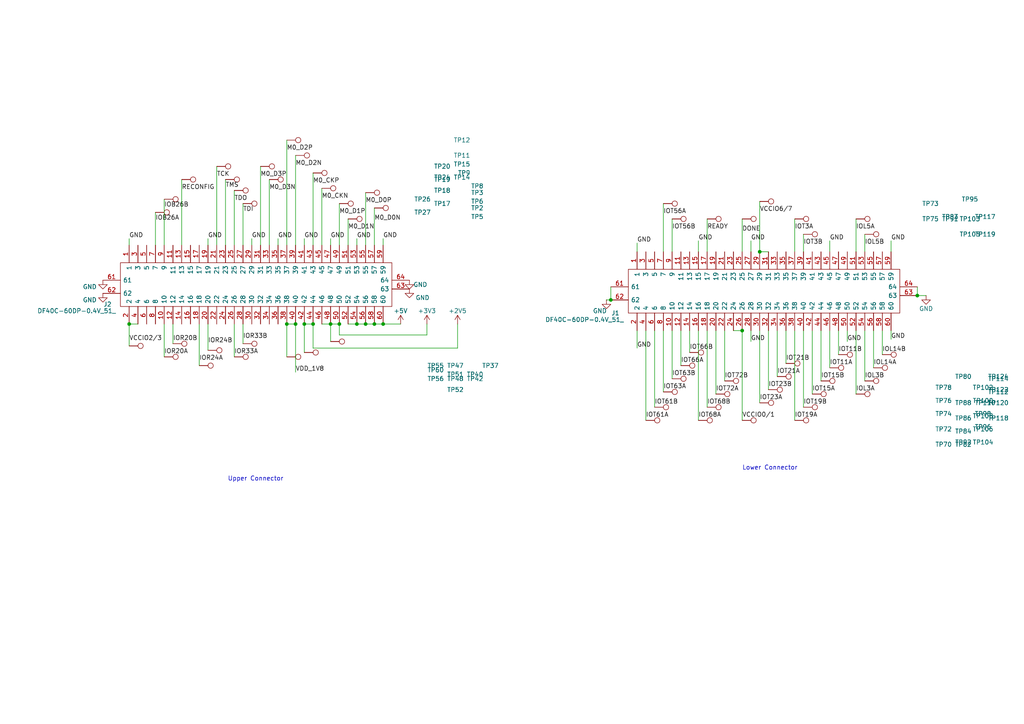
<source format=kicad_sch>
(kicad_sch (version 20231120) (generator "eeschema") (generator_version "8.0")
  (paper "A4")
  (lib_symbols
    (symbol "Connector:TestPoint" (pin_numbers hide) (pin_names (offset 0.762) hide)
      (property "Reference" "TP" (at 0 6.858 0))
      (property "Value" "TestPoint" (at 0 5.08 0))
      (symbol "TestPoint_0_1"
        (circle (center 0 3.302) (radius 0.762))
      )
      (symbol "TestPoint_1_1"
        (pin passive line (at 0 0 90) (length 2.54) (name "1") (number "1"))
      )
    )
    (symbol "GND_1" (power) (pin_numbers hide) (pin_names (offset 0) hide)
      (property "Value" "GND" (at 0 -3.81 0))
      (symbol "GND_1_0_1"
        (polyline (pts (xy 0 0) (xy 0 -1.27) (xy 1.27 -1.27) (xy 0 -2.54) (xy -1.27 -1.27) (xy 0 -1.27)))
      )
      (symbol "GND_1_1_1"
        (pin power_in line (at 0 0 270) (length 0) (name "~") (number "1"))
      )
    )
    (symbol "GND_2" (power) (pin_numbers hide) (pin_names (offset 0) hide)
      (property "Value" "GND" (at 0 -3.81 0))
      (symbol "GND_2_0_1"
        (polyline (pts (xy 0 0) (xy 0 -1.27) (xy 1.27 -1.27) (xy 0 -2.54) (xy -1.27 -1.27) (xy 0 -1.27)))
      )
      (symbol "GND_2_1_1"
        (pin power_in line (at 0 0 270) (length 0) (name "~") (number "1"))
      )
    )
    (symbol "power:+2V5" (power) (pin_names (offset 0))
      (property "Value" "+2V5" (at 0 3.556 0))
      (symbol "+2V5_0_1"
        (polyline (pts (xy -0.762 1.27) (xy 0 2.54)))
        (polyline (pts (xy 0 0) (xy 0 2.54)))
        (polyline (pts (xy 0 2.54) (xy 0.762 1.27)))
      )
      (symbol "+2V5_1_1"
        (pin power_in line (at 0 0 90) (length 0) hide (name "+2V5") (number "1"))
      )
    )
    (symbol "power:+3V3" (power) (pin_names (offset 0))
      (property "Value" "+3V3" (at 0 3.556 0))
      (symbol "+3V3_0_1"
        (polyline (pts (xy -0.762 1.27) (xy 0 2.54)))
        (polyline (pts (xy 0 0) (xy 0 2.54)))
        (polyline (pts (xy 0 2.54) (xy 0.762 1.27)))
      )
      (symbol "+3V3_1_1"
        (pin power_in line (at 0 0 90) (length 0) hide (name "+3V3") (number "1"))
      )
    )
    (symbol "power:+5V" (power) (pin_names (offset 0))
      (property "Value" "+5V" (at 0 3.556 0))
      (symbol "+5V_0_1"
        (polyline (pts (xy -0.762 1.27) (xy 0 2.54)))
        (polyline (pts (xy 0 0) (xy 0 2.54)))
        (polyline (pts (xy 0 2.54) (xy 0.762 1.27)))
      )
      (symbol "+5V_1_1"
        (pin power_in line (at 0 0 90) (length 0) hide (name "+5V") (number "1"))
      )
    )
    (symbol "power:GND" (power) (pin_names (offset 0))
      (property "Value" "GND" (at 0 -3.81 0))
      (symbol "GND_0_1"
        (polyline (pts (xy 0 0) (xy 0 -1.27) (xy 1.27 -1.27) (xy 0 -2.54) (xy -1.27 -1.27) (xy 0 -1.27)))
      )
      (symbol "GND_1_1"
        (pin power_in line (at 0 0 270) (length 0) hide (name "GND") (number "1"))
      )
    )
    (symbol "samacsys:DF40C-60DP-0.4V_51_" (pin_names (offset 0.762))
      (property "Reference" "J2" (at 16.51 -78.74 90))
      (property "Value" "DF40C-60DP-0.4V_51_" (at 19.05 -77.47 90))
      (symbol "DF40C-60DP-0.4V_51__0_1"
        (polyline (pts (xy 5.08 2.54) (xy 17.78 2.54) (xy 17.78 -76.2) (xy 5.08 -76.2) (xy 5.08 2.54)) (stroke (width 0.1524)))
      )
      (symbol "DF40C-60DP-0.4V_51__1_0"
        (pin passive line (at 0 -73.66 0) (length 5.08) (name "1") (number "1"))
        (pin passive line (at 22.86 -63.5 180) (length 5.08) (name "10") (number "10"))
        (pin passive line (at 0 -60.96 0) (length 5.08) (name "11") (number "11"))
        (pin passive line (at 22.86 -60.96 180) (length 5.08) (name "12") (number "12"))
        (pin passive line (at 0 -58.42 0) (length 5.08) (name "13") (number "13"))
        (pin passive line (at 22.86 -58.42 180) (length 5.08) (name "14") (number "14"))
        (pin passive line (at 0 -55.88 0) (length 5.08) (name "15") (number "15"))
        (pin passive line (at 22.86 -55.88 180) (length 5.08) (name "16") (number "16"))
        (pin passive line (at 0 -53.34 0) (length 5.08) (name "17") (number "17"))
        (pin passive line (at 22.86 -53.34 180) (length 5.08) (name "18") (number "18"))
        (pin passive line (at 0 -50.8 0) (length 5.08) (name "19") (number "19"))
        (pin passive line (at 22.86 -73.66 180) (length 5.08) (name "2") (number "2"))
        (pin passive line (at 22.86 -50.8 180) (length 5.08) (name "20") (number "20"))
        (pin passive line (at 0 -48.26 0) (length 5.08) (name "21") (number "21"))
        (pin passive line (at 22.86 -48.26 180) (length 5.08) (name "22") (number "22"))
        (pin passive line (at 0 -45.72 0) (length 5.08) (name "23") (number "23"))
        (pin passive line (at 22.86 -45.72 180) (length 5.08) (name "24") (number "24"))
        (pin passive line (at 0 -43.18 0) (length 5.08) (name "25") (number "25"))
        (pin passive line (at 22.86 -43.18 180) (length 5.08) (name "26") (number "26"))
        (pin passive line (at 0 -40.64 0) (length 5.08) (name "27") (number "27"))
        (pin passive line (at 22.86 -40.64 180) (length 5.08) (name "28") (number "28"))
        (pin passive line (at 0 -38.1 0) (length 5.08) (name "29") (number "29"))
        (pin passive line (at 0 -71.12 0) (length 5.08) (name "3") (number "3"))
        (pin passive line (at 22.86 -38.1 180) (length 5.08) (name "30") (number "30"))
        (pin passive line (at 0 -35.56 0) (length 5.08) (name "31") (number "31"))
        (pin passive line (at 22.86 -35.56 180) (length 5.08) (name "32") (number "32"))
        (pin passive line (at 0 -33.02 0) (length 5.08) (name "33") (number "33"))
        (pin passive line (at 22.86 -33.02 180) (length 5.08) (name "34") (number "34"))
        (pin passive line (at 0 -30.48 0) (length 5.08) (name "35") (number "35"))
        (pin passive line (at 22.86 -30.48 180) (length 5.08) (name "36") (number "36"))
        (pin passive line (at 0 -27.94 0) (length 5.08) (name "37") (number "37"))
        (pin passive line (at 22.86 -27.94 180) (length 5.08) (name "38") (number "38"))
        (pin passive line (at 0 -25.4 0) (length 5.08) (name "39") (number "39"))
        (pin passive line (at 22.86 -71.12 180) (length 5.08) (name "4") (number "4"))
        (pin passive line (at 22.86 -25.4 180) (length 5.08) (name "40") (number "40"))
        (pin passive line (at 0 -22.86 0) (length 5.08) (name "41") (number "41"))
        (pin passive line (at 22.86 -22.86 180) (length 5.08) (name "42") (number "42"))
        (pin passive line (at 0 -20.32 0) (length 5.08) (name "43") (number "43"))
        (pin passive line (at 22.86 -20.32 180) (length 5.08) (name "44") (number "44"))
        (pin passive line (at 0 -17.78 0) (length 5.08) (name "45") (number "45"))
        (pin passive line (at 22.86 -17.78 180) (length 5.08) (name "46") (number "46"))
        (pin passive line (at 0 -15.24 0) (length 5.08) (name "47") (number "47"))
        (pin passive line (at 22.86 -15.24 180) (length 5.08) (name "48") (number "48"))
        (pin passive line (at 0 -12.7 0) (length 5.08) (name "49") (number "49"))
        (pin passive line (at 0 -68.58 0) (length 5.08) (name "5") (number "5"))
        (pin passive line (at 22.86 -12.7 180) (length 5.08) (name "50") (number "50"))
        (pin passive line (at 0 -10.16 0) (length 5.08) (name "51") (number "51"))
        (pin passive line (at 22.86 -10.16 180) (length 5.08) (name "52") (number "52"))
        (pin passive line (at 0 -7.62 0) (length 5.08) (name "53") (number "53"))
        (pin passive line (at 22.86 -7.62 180) (length 5.08) (name "54") (number "54"))
        (pin passive line (at 0 -5.08 0) (length 5.08) (name "55") (number "55"))
        (pin passive line (at 22.86 -5.08 180) (length 5.08) (name "56") (number "56"))
        (pin passive line (at 0 -2.54 0) (length 5.08) (name "57") (number "57"))
        (pin passive line (at 22.86 -2.54 180) (length 5.08) (name "58") (number "58"))
        (pin passive line (at 0 0 0) (length 5.08) (name "59") (number "59"))
        (pin passive line (at 22.86 -68.58 180) (length 5.08) (name "6") (number "6"))
        (pin passive line (at 22.86 0 180) (length 5.08) (name "60") (number "60"))
        (pin passive line (at 10.16 -81.28 90) (length 5.08) (name "61") (number "61"))
        (pin passive line (at 13.97 -81.28 90) (length 5.08) (name "62") (number "62"))
        (pin passive line (at 12.7 7.62 270) (length 5.08) (name "63") (number "63"))
        (pin passive line (at 10.16 7.62 270) (length 5.08) (name "64") (number "64"))
        (pin passive line (at 0 -66.04 0) (length 5.08) (name "7") (number "7"))
        (pin passive line (at 22.86 -66.04 180) (length 5.08) (name "8") (number "8"))
        (pin passive line (at 0 -63.5 0) (length 5.08) (name "9") (number "9"))
      )
    )
  )
  (junction (at 177.165 86.995))
  (junction (at 220.345 73.025))
  (junction (at 266.065 85.725))
  (junction (at 106.045 93.98))
  (junction (at 103.505 93.98))
  (junction (at 98.425 93.98))
  (junction (at 90.805 93.98))
  (junction (at 83.185 93.98))
  (junction (at 88.265 93.98))
  (junction (at 111.125 93.98))
  (junction (at 37.465 93.98))
  (junction (at 85.725 93.98))
  (junction (at 108.585 93.98))
  (junction (at 95.885 93.98))
  (junction (at 215.265 95.885))
  (wire (pts (xy 266.065 85.725) (xy 268.605 85.725)))
  (wire (pts (xy 220.345 58.42) (xy 220.345 73.025)))
  (wire (pts (xy 83.185 93.98) (xy 83.185 103.505)))
  (wire (pts (xy 132.715 100.965) (xy 132.715 93.98)))
  (wire (pts (xy 227.965 95.885) (xy 227.965 105.41)))
  (wire (pts (xy 220.345 95.885) (xy 220.345 116.84)))
  (wire (pts (xy 47.625 57.785) (xy 47.625 71.12)))
  (wire (pts (xy 248.285 95.885) (xy 248.285 114.3)))
  (wire (pts (xy 88.265 69.215) (xy 88.265 71.12)))
  (wire (pts (xy 100.965 63.5) (xy 100.965 71.12)))
  (wire (pts (xy 222.885 95.885) (xy 222.885 113.03)))
  (wire (pts (xy 250.825 67.945) (xy 250.825 73.025)))
  (wire (pts (xy 93.345 93.98) (xy 95.885 93.98)))
  (wire (pts (xy 70.485 59.055) (xy 70.485 71.12)))
  (wire (pts (xy 37.465 69.215) (xy 37.465 71.12)))
  (wire (pts (xy 184.785 70.485) (xy 184.785 73.025)))
  (wire (pts (xy 200.025 95.885) (xy 200.025 102.235)))
  (wire (pts (xy 215.265 63.5) (xy 215.265 73.025)))
  (wire (pts (xy 205.105 95.885) (xy 205.105 118.11)))
  (wire (pts (xy 210.185 95.885) (xy 210.185 110.49)))
  (wire (pts (xy 189.865 95.885) (xy 189.865 118.11)))
  (wire (pts (xy 65.405 52.07) (xy 65.405 71.12)))
  (wire (pts (xy 37.465 93.98) (xy 40.005 93.98)))
  (wire (pts (xy 93.345 54.61) (xy 93.345 71.12)))
  (wire (pts (xy 192.405 95.885) (xy 192.405 113.665)))
  (wire (pts (xy 95.885 69.215) (xy 95.885 71.12)))
  (wire (pts (xy 98.425 93.98) (xy 98.425 97.155)))
  (wire (pts (xy 225.425 95.885) (xy 225.425 109.22)))
  (wire (pts (xy 45.085 61.595) (xy 45.085 71.12)))
  (wire (pts (xy 57.785 93.98) (xy 57.785 106.045)))
  (wire (pts (xy 217.805 69.85) (xy 217.805 73.025)))
  (wire (pts (xy 73.025 69.215) (xy 73.025 71.12)))
  (wire (pts (xy 250.825 95.885) (xy 250.825 110.49)))
  (wire (pts (xy 175.895 86.995) (xy 177.165 86.995)))
  (wire (pts (xy 212.725 95.885) (xy 215.265 95.885)))
  (wire (pts (xy 83.185 93.98) (xy 85.725 93.98)))
  (wire (pts (xy 67.945 93.98) (xy 67.945 103.505)))
  (wire (pts (xy 103.505 93.98) (xy 106.045 93.98)))
  (wire (pts (xy 253.365 95.885) (xy 253.365 106.68)))
  (wire (pts (xy 108.585 93.98) (xy 111.125 93.98)))
  (wire (pts (xy 255.905 95.885) (xy 255.905 102.87)))
  (wire (pts (xy 70.485 93.98) (xy 70.485 99.695)))
  (wire (pts (xy 80.645 69.215) (xy 80.645 71.12)))
  (wire (pts (xy 197.485 95.885) (xy 197.485 106.045)))
  (wire (pts (xy 98.425 97.155) (xy 123.825 97.155)))
  (wire (pts (xy 88.265 93.98) (xy 90.805 93.98)))
  (wire (pts (xy 230.505 95.885) (xy 230.505 121.92)))
  (wire (pts (xy 202.565 69.85) (xy 202.565 73.025)))
  (wire (pts (xy 47.625 93.98) (xy 47.625 103.505)))
  (wire (pts (xy 184.785 95.885) (xy 184.785 100.965)))
  (wire (pts (xy 220.345 73.025) (xy 222.885 73.025)))
  (wire (pts (xy 202.565 95.885) (xy 202.565 121.92)))
  (wire (pts (xy 177.165 83.185) (xy 177.165 86.995)))
  (wire (pts (xy 37.465 93.98) (xy 37.465 100.33)))
  (wire (pts (xy 62.865 48.26) (xy 62.865 71.12)))
  (wire (pts (xy 83.185 40.64) (xy 83.185 71.12)))
  (wire (pts (xy 238.125 95.885) (xy 238.125 110.49)))
  (wire (pts (xy 230.505 63.5) (xy 230.505 73.025)))
  (wire (pts (xy 60.325 69.215) (xy 60.325 71.12)))
  (wire (pts (xy 98.425 59.055) (xy 98.425 71.12)))
  (wire (pts (xy 217.805 95.885) (xy 217.805 99.06)))
  (wire (pts (xy 111.125 93.98) (xy 116.205 93.98)))
  (wire (pts (xy 111.125 69.215) (xy 111.125 71.12)))
  (wire (pts (xy 100.965 93.98) (xy 103.505 93.98)))
  (wire (pts (xy 90.805 100.965) (xy 132.715 100.965)))
  (wire (pts (xy 90.805 93.98) (xy 90.805 100.965)))
  (wire (pts (xy 194.945 95.885) (xy 194.945 109.855)))
  (wire (pts (xy 215.265 95.885) (xy 215.265 121.92)))
  (wire (pts (xy 233.045 73.025) (xy 233.045 67.945)))
  (wire (pts (xy 95.885 93.98) (xy 95.885 99.06)))
  (wire (pts (xy 187.325 95.885) (xy 187.325 121.92)))
  (wire (pts (xy 75.565 48.26) (xy 75.565 71.12)))
  (wire (pts (xy 207.645 95.885) (xy 207.645 114.3)))
  (wire (pts (xy 243.205 95.885) (xy 243.205 102.87)))
  (wire (pts (xy 67.945 55.245) (xy 67.945 71.12)))
  (wire (pts (xy 88.265 93.98) (xy 88.265 102.235)))
  (wire (pts (xy 194.945 63.5) (xy 194.945 73.025)))
  (wire (pts (xy 258.445 69.85) (xy 258.445 73.025)))
  (wire (pts (xy 245.745 95.885) (xy 245.745 99.06)))
  (wire (pts (xy 52.705 52.07) (xy 52.705 71.12)))
  (wire (pts (xy 240.665 69.85) (xy 240.665 73.025)))
  (wire (pts (xy 192.405 59.055) (xy 192.405 73.025)))
  (wire (pts (xy 103.505 69.215) (xy 103.505 71.12)))
  (wire (pts (xy 106.045 55.88) (xy 106.045 71.12)))
  (wire (pts (xy 258.445 95.885) (xy 258.445 98.425)))
  (wire (pts (xy 108.585 60.325) (xy 108.585 71.12)))
  (wire (pts (xy 90.805 50.165) (xy 90.805 71.12)))
  (wire (pts (xy 85.725 93.98) (xy 85.725 107.95)))
  (wire (pts (xy 60.325 93.98) (xy 60.325 101.6)))
  (wire (pts (xy 266.065 83.185) (xy 266.065 85.725)))
  (wire (pts (xy 78.105 52.07) (xy 78.105 71.12)))
  (wire (pts (xy 95.885 93.98) (xy 98.425 93.98)))
  (wire (pts (xy 85.725 45.085) (xy 85.725 71.12)))
  (wire (pts (xy 205.105 63.5) (xy 205.105 73.025)))
  (wire (pts (xy 50.165 93.98) (xy 50.165 99.695)))
  (wire (pts (xy 235.585 95.885) (xy 235.585 114.3)))
  (wire (pts (xy 233.045 95.885) (xy 233.045 118.11)))
  (wire (pts (xy 123.825 97.155) (xy 123.825 93.98)))
  (wire (pts (xy 106.045 93.98) (xy 108.585 93.98)))
  (wire (pts (xy 248.285 63.5) (xy 248.285 73.025)))
  (wire (pts (xy 240.665 95.885) (xy 240.665 106.68)))
  (text "Lower Connector" (at 215.265 136.525 0) (effects (font (size 1.27 1.27)) (justify left bottom)))
  (text "Upper Connector" (at 66.04 139.7 0) (effects (font (size 1.27 1.27)) (justify left bottom)))
  (label "IOR33B" (at 70.485 98.425 0))
  (label "IOR20B" (at 50.165 99.06 0))
  (label "IOT63A" (at 192.405 113.03 0))
  (label "IOT63B" (at 194.945 109.22 0))
  (label "IOL3B" (at 250.825 109.855 0))
  (label "IOR24B" (at 60.325 99.695 0))
  (label "READY" (at 205.105 66.675 0))
  (label "GND" (at 103.505 69.215 0))
  (label "GND" (at 217.805 69.85 0))
  (label "IOB26B" (at 47.625 60.325 0))
  (label "IOT3B" (at 233.045 71.12 0))
  (label "IOT56A" (at 192.405 62.23 0))
  (label "GND" (at 258.445 69.85 0))
  (label "IOR33A" (at 67.945 102.87 0))
  (label "GND" (at 73.025 69.215 0))
  (label "M0_D2P" (at 83.185 43.815 0))
  (label "IOT61A" (at 187.325 121.285 0))
  (label "IOL14B" (at 255.905 102.235 0))
  (label "TMS" (at 65.405 54.61 0))
  (label "IOT68A" (at 202.565 121.285 0))
  (label "GND" (at 245.745 99.06 0))
  (label "TCK" (at 62.865 51.435 0))
  (label "TDO" (at 67.945 58.42 0))
  (label "IOT61B" (at 189.865 117.475 0))
  (label "IOT72A" (at 207.645 113.665 0))
  (label "GND" (at 95.885 69.215 0))
  (label "IOT11B" (at 243.205 102.235 0))
  (label "M0_CKP" (at 90.805 53.34 0))
  (label "IOT11A" (at 240.665 106.045 0))
  (label "GND" (at 258.445 98.425 0))
  (label "VCCIO2{slash}3" (at 37.465 99.06 0))
  (label "GND" (at 111.125 69.215 0))
  (label "IOR24A" (at 57.785 104.775 0))
  (label "IOL5B" (at 250.825 71.12 0))
  (label "GND" (at 37.465 69.215 0))
  (label "RECONFIG" (at 52.705 55.245 0))
  (label "IOT15A" (at 235.585 113.665 0))
  (label "IOT3A" (at 230.505 66.675 0))
  (label "IOT23B" (at 222.885 112.395 0))
  (label "VCCIO6{slash}7" (at 220.345 61.595 0))
  (label "IOT21B" (at 227.965 104.775 0))
  (label "IOT15B" (at 238.125 109.855 0))
  (label "M0_D0N" (at 108.585 64.135 0))
  (label "GND" (at 80.645 69.215 0))
  (label "GND" (at 217.805 99.06 0))
  (label "M0_D3P" (at 75.565 51.435 0))
  (label "IOT23A" (at 220.345 116.205 0))
  (label "IOT66A" (at 197.485 105.41 0))
  (label "IOT66B" (at 200.025 101.6 0))
  (label "IOL5A" (at 248.285 66.675 0))
  (label "M0_D1P" (at 98.425 62.23 0))
  (label "IOT19A" (at 230.505 121.285 0))
  (label "IOL14A" (at 253.365 106.045 0))
  (label "GND" (at 60.325 69.215 0))
  (label "IOT68B" (at 205.105 117.475 0))
  (label "M0_D1N" (at 100.965 66.675 0))
  (label "GND" (at 184.785 70.485 0))
  (label "IOT21A" (at 225.425 108.585 0))
  (label "M0_D3N" (at 78.105 55.245 0))
  (label "TDI" (at 70.485 61.595 0))
  (label "GND" (at 184.785 100.965 0))
  (label "VCCIO0{slash}1" (at 215.265 121.285 0))
  (label "M0_D2N" (at 85.725 48.26 0))
  (label "VDD_1V8" (at 85.725 107.95 0))
  (label "M0_CKN" (at 93.345 57.785 0))
  (label "IOL3A" (at 248.285 113.665 0))
  (label "IOT19B" (at 233.045 117.475 0))
  (label "IOT56B" (at 194.945 66.675 0))
  (label "IOB26A" (at 45.085 64.135 0))
  (label "GND" (at 202.565 69.85 0))
  (label "DONE" (at 215.265 67.31 0))
  (label "IOT72B" (at 210.185 109.855 0))
  (label "IOR20A" (at 47.625 102.87 0))
  (label "M0_D0P" (at 106.045 59.055 0))
  (label "GND" (at 240.665 69.85 0))
  (label "GND" (at 88.265 69.215 0))
  (symbol (lib_id "Connector:TestPoint") (at 60.325 101.6 270) (mirror x) (unit 1)
    (property "Reference" "TP51" (at 132.08 108.585 90))
    (property "Value" "TestPoint" (effects (hide yes)))
    (property "Footprint" "TestPoint:TestPoint_Pad_1.5x1.5mm" (effects (hide yes)))
  )
  (symbol (lib_id "Connector:TestPoint") (at 88.265 102.235 270) (mirror x) (unit 1)
    (property "Reference" "TP40" (at 137.795 108.585 90))
    (property "Value" "TestPoint" (effects (hide yes)))
    (property "Footprint" "TestPoint:TestPoint_Pad_1.5x1.5mm" (effects (hide yes)))
  )
  (symbol (lib_id "Connector:TestPoint") (at 50.165 99.695 270) (mirror x) (unit 1)
    (property "Reference" "TP55" (at 126.365 106.045 90))
    (property "Value" "TestPoint" (effects (hide yes)))
    (property "Footprint" "TestPoint:TestPoint_Pad_1.5x1.5mm" (effects (hide yes)))
  )
  (symbol (lib_id "Connector:TestPoint") (at 248.285 114.3 270) (mirror x) (unit 1)
    (property "Reference" "TP118" (at 289.56 121.285 90))
    (property "Value" "TestPoint" (effects (hide yes)))
    (property "Footprint" "TestPoint:TestPoint_Pad_1.5x1.5mm" (effects (hide yes)))
  )
  (symbol (lib_id "Connector:TestPoint") (at 220.345 116.84 270) (mirror x) (unit 1)
    (property "Reference" "TP96" (at 285.115 123.825 90))
    (property "Value" "TestPoint" (effects (hide yes)))
    (property "Footprint" "TestPoint:TestPoint_Pad_1.5x1.5mm" (effects (hide yes)))
  )
  (symbol (lib_id "Connector:TestPoint") (at 90.805 50.165 270) (unit 1)
    (property "Reference" "TP9" (at 134.62 50.165 90))
    (property "Value" "TestPoint" (effects (hide yes)))
    (property "Footprint" "TestPoint:TestPoint_THTPad_1.5x1.5mm_Drill0.7mm" (effects (hide yes)))
  )
  (symbol (lib_id "Connector:TestPoint") (at 192.405 59.055 270) (unit 1)
    (property "Reference" "TP73" (at 269.875 59.055 90))
    (property "Value" "TestPoint" (effects (hide yes)))
    (property "Footprint" "TestPoint:TestPoint_Pad_1.5x1.5mm" (effects (hide yes)))
  )
  (symbol (lib_id "Connector:TestPoint") (at 225.425 109.22 270) (mirror x) (unit 1)
    (property "Reference" "TP100" (at 285.115 116.205 90))
    (property "Value" "TestPoint" (effects (hide yes)))
    (property "Footprint" "TestPoint:TestPoint_Pad_1.5x1.5mm" (effects (hide yes)))
  )
  (symbol (lib_id "Connector:TestPoint") (at 233.045 67.945 270) (unit 1)
    (property "Reference" "TP105" (at 281.305 67.945 90))
    (property "Value" "TestPoint" (effects (hide yes)))
    (property "Footprint" "TestPoint:TestPoint_Pad_1.5x1.5mm" (effects (hide yes)))
  )
  (symbol (lib_id "Connector:TestPoint") (at 243.205 102.87 270) (mirror x) (unit 1)
    (property "Reference" "TP114" (at 289.56 109.855 90))
    (property "Value" "TestPoint" (effects (hide yes)))
    (property "Footprint" "TestPoint:TestPoint_Pad_1.5x1.5mm" (effects (hide yes)))
  )
  (symbol (lib_id "Connector:TestPoint") (at 47.625 103.505 270) (mirror x) (unit 1)
    (property "Reference" "TP56" (at 126.365 109.855 90))
    (property "Value" "TestPoint" (effects (hide yes)))
    (property "Footprint" "TestPoint:TestPoint_Pad_1.5x1.5mm" (effects (hide yes)))
  )
  (symbol (lib_id "Connector:TestPoint") (at 220.345 58.42 270) (unit 1)
    (property "Reference" "TP95" (at 281.305 57.785 90))
    (property "Value" "TestPoint" (effects (hide yes)))
    (property "Footprint" "TestPoint:TestPoint_Pad_1.5x1.5mm" (effects (hide yes)))
  )
  (symbol (lib_id "Connector:TestPoint") (at 78.105 52.07 270) (unit 1)
    (property "Reference" "TP14" (at 133.985 51.435 90))
    (property "Value" "TestPoint" (effects (hide yes)))
    (property "Footprint" "TestPoint:TestPoint_THTPad_1.5x1.5mm_Drill0.7mm" (effects (hide yes)))
  )
  (symbol (lib_id "Connector:TestPoint") (at 75.565 48.26 270) (unit 1)
    (property "Reference" "TP15" (at 133.985 47.625 90))
    (property "Value" "TestPoint" (effects (hide yes)))
    (property "Footprint" "TestPoint:TestPoint_THTPad_1.5x1.5mm_Drill0.7mm" (effects (hide yes)))
  )
  (symbol (lib_id "samacsys:DF40C-60DP-0.4V_51_") (at 258.445 73.025 270) (unit 1)
    (property "Reference" "J1" (at 179.705 90.805 90) (effects (justify right)))
    (property "Value" "DF40C-60DP-0.4V_51_" (at 180.975 92.71 90) (effects (justify right)))
    (property "Footprint" "Library:DF40C-60DS-0.4V_51_" (effects (hide yes)))
    (property "Datasheet" "https://datasheet.datasheetarchive.com/originals/distributors/Datasheets-DGA17/1059795.pdf" (effects (hide yes)))
    (property "Description" "HIROSE(HRS) - DF40C-60DP-0.4V(51) - CONNECTOR, STACKING, HEADER, 60POS, 2ROW" (effects (hide yes)))
    (property "Manufacturer_Name" "Hirose" (effects (hide yes)))
    (property "Manufacturer_Part_Number" "DF40C-60DP-0.4V(51)" (effects (hide yes)))
  )
  (symbol (lib_id "Connector:TestPoint") (at 187.325 121.92 270) (mirror x) (unit 1)
    (property "Reference" "TP70" (at 273.685 128.905 90))
    (property "Value" "TestPoint" (effects (hide yes)))
    (property "Footprint" "TestPoint:TestPoint_Pad_1.5x1.5mm" (effects (hide yes)))
  )
  (symbol (lib_id "Connector:TestPoint") (at 215.265 63.5 270) (unit 1)
    (property "Reference" "TP91" (at 275.59 63.5 90))
    (property "Value" "TestPoint" (effects (hide yes)))
    (property "Footprint" "TestPoint:TestPoint_Pad_1.5x1.5mm" (effects (hide yes)))
  )
  (symbol (lib_id "Connector:TestPoint") (at 189.865 118.11 270) (mirror x) (unit 1)
    (property "Reference" "TP72" (at 273.685 124.46 90))
    (property "Value" "TestPoint" (effects (hide yes)))
    (property "Footprint" "TestPoint:TestPoint_Pad_1.5x1.5mm" (effects (hide yes)))
  )
  (symbol (lib_id "Connector:TestPoint") (at 194.945 63.5 270) (unit 1)
    (property "Reference" "TP75" (at 269.875 63.5 90))
    (property "Value" "TestPoint" (effects (hide yes)))
    (property "Footprint" "TestPoint:TestPoint_Pad_1.5x1.5mm" (effects (hide yes)))
  )
  (symbol (lib_id "Connector:TestPoint") (at 65.405 52.07 270) (unit 1)
    (property "Reference" "TP19" (at 128.27 52.07 90))
    (property "Value" "TestPoint" (effects (hide yes)))
    (property "Footprint" "TestPoint:TestPoint_THTPad_1.5x1.5mm_Drill0.7mm" (effects (hide yes)))
  )
  (symbol (lib_id "Connector:TestPoint") (at 255.905 102.87 270) (mirror x) (unit 1)
    (property "Reference" "TP124" (at 289.56 109.22 90))
    (property "Value" "TestPoint" (effects (hide yes)))
    (property "Footprint" "TestPoint:TestPoint_Pad_1.5x1.5mm" (effects (hide yes)))
  )
  (symbol (lib_id "Connector:TestPoint") (at 222.885 113.03 270) (mirror x) (unit 1)
    (property "Reference" "TP98" (at 285.115 120.015 90))
    (property "Value" "TestPoint" (effects (hide yes)))
    (property "Footprint" "TestPoint:TestPoint_Pad_1.5x1.5mm" (effects (hide yes)))
  )
  (symbol (lib_id "Connector:TestPoint") (at 93.345 54.61 270) (unit 1)
    (property "Reference" "TP8" (at 138.43 53.975 90))
    (property "Value" "TestPoint" (effects (hide yes)))
    (property "Footprint" "TestPoint:TestPoint_THTPad_1.5x1.5mm_Drill0.7mm" (effects (hide yes)))
  )
  (symbol (lib_id "Connector:TestPoint") (at 192.405 113.665 270) (mirror x) (unit 1)
    (property "Reference" "TP74" (at 273.685 120.015 90))
    (property "Value" "TestPoint" (effects (hide yes)))
    (property "Footprint" "TestPoint:TestPoint_Pad_1.5x1.5mm" (effects (hide yes)))
  )
  (symbol (lib_id "power:+5V") (at 116.205 93.98 0) (unit 1)
    (property "Reference" "#PWR04" (effects (hide yes)))
    (property "Value" "+5V" (at 116.205 90.17 0))
  )
  (symbol (lib_id "Connector:TestPoint") (at 207.645 114.3 270) (mirror x) (unit 1)
    (property "Reference" "TP86" (at 279.4 121.285 90))
    (property "Value" "TestPoint" (effects (hide yes)))
    (property "Footprint" "TestPoint:TestPoint_Pad_1.5x1.5mm" (effects (hide yes)))
  )
  (symbol (lib_id "Connector:TestPoint") (at 230.505 63.5 270) (unit 1)
    (property "Reference" "TP103" (at 281.305 63.5 90))
    (property "Value" "TestPoint" (effects (hide yes)))
    (property "Footprint" "TestPoint:TestPoint_Pad_1.5x1.5mm" (effects (hide yes)))
  )
  (symbol (lib_id "Connector:TestPoint") (at 108.585 60.325 270) (unit 1)
    (property "Reference" "TP2" (at 138.43 60.325 90))
    (property "Value" "TestPoint" (effects (hide yes)))
    (property "Footprint" "TestPoint:TestPoint_THTPad_1.5x1.5mm_Drill0.7mm" (effects (hide yes)))
  )
  (symbol (lib_id "Connector:TestPoint") (at 100.965 63.5 270) (unit 1)
    (property "Reference" "TP5" (at 138.43 62.865 90))
    (property "Value" "TestPoint" (effects (hide yes)))
    (property "Footprint" "TestPoint:TestPoint_THTPad_1.5x1.5mm_Drill0.7mm" (effects (hide yes)))
  )
  (symbol (lib_id "Connector:TestPoint") (at 200.025 102.235 270) (mirror x) (unit 1)
    (property "Reference" "TP80" (at 279.4 109.22 90))
    (property "Value" "TestPoint" (effects (hide yes)))
    (property "Footprint" "TestPoint:TestPoint_Pad_1.5x1.5mm" (effects (hide yes)))
  )
  (symbol (lib_id "Connector:TestPoint") (at 233.045 118.11 270) (mirror x) (unit 1)
    (property "Reference" "TP106" (at 285.115 124.46 90))
    (property "Value" "TestPoint" (effects (hide yes)))
    (property "Footprint" "TestPoint:TestPoint_Pad_1.5x1.5mm" (effects (hide yes)))
  )
  (symbol (lib_id "Connector:TestPoint") (at 248.285 63.5 270) (unit 1)
    (property "Reference" "TP117" (at 285.75 62.865 90))
    (property "Value" "TestPoint" (effects (hide yes)))
    (property "Footprint" "TestPoint:TestPoint_Pad_1.5x1.5mm" (effects (hide yes)))
  )
  (symbol (lib_id "Connector:TestPoint") (at 253.365 106.68 270) (mirror x) (unit 1)
    (property "Reference" "TP122" (at 289.56 113.03 90))
    (property "Value" "TestPoint" (effects (hide yes)))
    (property "Footprint" "TestPoint:TestPoint_Pad_1.5x1.5mm" (effects (hide yes)))
  )
  (symbol (lib_name "GND_2") (lib_id "power:GND") (at 268.605 85.725 0) (unit 1)
    (property "Reference" "#PWR09" (effects (hide yes)))
    (property "Value" "GND" (at 268.605 89.535 0))
    (property "Description" "Power symbol creates a global label with name \"GND\" , ground" (effects (hide yes)))
  )
  (symbol (lib_id "Connector:TestPoint") (at 230.505 121.92 270) (mirror x) (unit 1)
    (property "Reference" "TP104" (at 285.115 128.27 90))
    (property "Value" "TestPoint" (effects (hide yes)))
    (property "Footprint" "TestPoint:TestPoint_Pad_1.5x1.5mm" (effects (hide yes)))
  )
  (symbol (lib_id "Connector:TestPoint") (at 62.865 48.26 270) (unit 1)
    (property "Reference" "TP20" (at 128.27 48.26 90))
    (property "Value" "TestPoint" (effects (hide yes)))
    (property "Footprint" "TestPoint:TestPoint_THTPad_1.5x1.5mm_Drill0.7mm" (effects (hide yes)))
  )
  (symbol (lib_id "Connector:TestPoint") (at 47.625 57.785 270) (unit 1)
    (property "Reference" "TP26" (at 122.555 57.785 90))
    (property "Value" "TestPoint" (effects (hide yes)))
    (property "Footprint" "TestPoint:TestPoint_THTPad_1.5x1.5mm_Drill0.7mm" (effects (hide yes)))
  )
  (symbol (lib_id "Connector:TestPoint") (at 202.565 121.92 270) (mirror x) (unit 1)
    (property "Reference" "TP82" (at 279.4 128.905 90))
    (property "Value" "TestPoint" (effects (hide yes)))
    (property "Footprint" "TestPoint:TestPoint_Pad_1.5x1.5mm" (effects (hide yes)))
  )
  (symbol (lib_id "Connector:TestPoint") (at 106.045 55.88 270) (unit 1)
    (property "Reference" "TP3" (at 138.43 55.88 90))
    (property "Value" "TestPoint" (effects (hide yes)))
    (property "Footprint" "TestPoint:TestPoint_THTPad_1.5x1.5mm_Drill0.7mm" (effects (hide yes)))
  )
  (symbol (lib_id "Connector:TestPoint") (at 37.465 100.33 270) (mirror x) (unit 1)
    (property "Reference" "TP60" (at 126.365 107.315 90))
    (property "Value" "TestPoint" (effects (hide yes)))
    (property "Footprint" "TestPoint:TestPoint_Pad_1.5x1.5mm" (effects (hide yes)))
  )
  (symbol (lib_id "Connector:TestPoint") (at 45.085 61.595 270) (unit 1)
    (property "Reference" "TP27" (at 122.555 61.595 90))
    (property "Value" "TestPoint" (effects (hide yes)))
    (property "Footprint" "TestPoint:TestPoint_THTPad_1.5x1.5mm_Drill0.7mm" (effects (hide yes)))
  )
  (symbol (lib_id "power:GND") (at 29.845 81.28 0) (unit 1)
    (property "Reference" "#PWR01" (effects (hide yes)))
    (property "Value" "GND" (at 26.035 83.185 0))
  )
  (symbol (lib_id "Connector:TestPoint") (at 238.125 110.49 270) (mirror x) (unit 1)
    (property "Reference" "TP110" (at 285.75 116.84 90))
    (property "Value" "TestPoint" (effects (hide yes)))
    (property "Footprint" "TestPoint:TestPoint_Pad_1.5x1.5mm" (effects (hide yes)))
  )
  (symbol (lib_id "Connector:TestPoint") (at 57.785 106.045 270) (mirror x) (unit 1)
    (property "Reference" "TP52" (at 132.08 113.03 90))
    (property "Value" "TestPoint" (effects (hide yes)))
    (property "Footprint" "TestPoint:TestPoint_Pad_1.5x1.5mm" (effects (hide yes)))
  )
  (symbol (lib_id "Connector:TestPoint") (at 227.965 105.41 270) (mirror x) (unit 1)
    (property "Reference" "TP102" (at 285.115 112.395 90))
    (property "Value" "TestPoint" (effects (hide yes)))
    (property "Footprint" "TestPoint:TestPoint_Pad_1.5x1.5mm" (effects (hide yes)))
  )
  (symbol (lib_id "Connector:TestPoint") (at 205.105 63.5 270) (unit 1)
    (property "Reference" "TP83" (at 275.59 62.865 90))
    (property "Value" "TestPoint" (effects (hide yes)))
    (property "Footprint" "TestPoint:TestPoint_Pad_1.5x1.5mm" (effects (hide yes)))
  )
  (symbol (lib_id "Connector:TestPoint") (at 250.825 110.49 270) (mirror x) (unit 1)
    (property "Reference" "TP120" (at 289.56 116.84 90))
    (property "Value" "TestPoint" (effects (hide yes)))
    (property "Footprint" "TestPoint:TestPoint_Pad_1.5x1.5mm" (effects (hide yes)))
  )
  (symbol (lib_id "power:GND") (at 118.745 83.82 0) (unit 1)
    (property "Reference" "#PWR07" (effects (hide yes)))
    (property "Value" "GND" (at 122.555 86.36 0))
  )
  (symbol (lib_id "Connector:TestPoint") (at 83.185 103.505 270) (mirror x) (unit 1)
    (property "Reference" "TP42" (at 137.795 109.855 90))
    (property "Value" "TestPoint" (effects (hide yes)))
    (property "Footprint" "TestPoint:TestPoint_Pad_1.5x1.5mm" (effects (hide yes)))
  )
  (symbol (lib_id "Connector:TestPoint") (at 70.485 99.695 270) (mirror x) (unit 1)
    (property "Reference" "TP47" (at 132.08 106.045 90))
    (property "Value" "TestPoint" (effects (hide yes)))
    (property "Footprint" "TestPoint:TestPoint_Pad_1.5x1.5mm" (effects (hide yes)))
  )
  (symbol (lib_id "samacsys:DF40C-60DP-0.4V_51_") (at 111.125 71.12 270) (unit 1)
    (property "Reference" "J2" (at 32.385 88.265 90) (effects (justify right)))
    (property "Value" "DF40C-60DP-0.4V_51_" (at 33.655 90.17 90) (effects (justify right)))
    (property "Footprint" "Library:DF40C-60DS-0.4V_51_" (effects (hide yes)))
    (property "Datasheet" "https://datasheet.datasheetarchive.com/originals/distributors/Datasheets-DGA17/1059795.pdf" (effects (hide yes)))
    (property "Description" "HIROSE(HRS) - DF40C-60DP-0.4V(51) - CONNECTOR, STACKING, HEADER, 60POS, 2ROW" (effects (hide yes)))
    (property "Manufacturer_Name" "Hirose" (effects (hide yes)))
    (property "Manufacturer_Part_Number" "DF40C-60DP-0.4V(51)" (effects (hide yes)))
  )
  (symbol (lib_name "GND_1") (lib_id "power:GND") (at 175.895 86.995 0) (unit 1)
    (property "Reference" "#PWR08" (effects (hide yes)))
    (property "Value" "GND" (at 173.99 90.17 0))
    (property "Description" "Power symbol creates a global label with name \"GND\" , ground" (effects (hide yes)))
  )
  (symbol (lib_id "power:+3V3") (at 123.825 93.98 0) (unit 1)
    (property "Reference" "#PWR03" (effects (hide yes)))
    (property "Value" "+3V3" (at 123.825 90.17 0))
  )
  (symbol (lib_id "power:GND") (at 29.845 85.09 0) (unit 1)
    (property "Reference" "#PWR02" (effects (hide yes)))
    (property "Value" "GND" (at 26.035 86.995 0))
  )
  (symbol (lib_id "power:GND") (at 118.745 81.28 0) (unit 1)
    (property "Reference" "#PWR06" (effects (hide yes)))
    (property "Value" "GND" (at 121.92 82.55 0))
  )
  (symbol (lib_id "Connector:TestPoint") (at 85.725 45.085 270) (unit 1)
    (property "Reference" "TP11" (at 133.985 45.085 90))
    (property "Value" "TestPoint" (effects (hide yes)))
    (property "Footprint" "TestPoint:TestPoint_THTPad_1.5x1.5mm_Drill0.7mm" (effects (hide yes)))
  )
  (symbol (lib_id "Connector:TestPoint") (at 250.825 67.945 270) (unit 1)
    (property "Reference" "TP119" (at 285.75 67.945 90))
    (property "Value" "TestPoint" (effects (hide yes)))
    (property "Footprint" "TestPoint:TestPoint_Pad_1.5x1.5mm" (effects (hide yes)))
  )
  (symbol (lib_id "Connector:TestPoint") (at 235.585 114.3 270) (mirror x) (unit 1)
    (property "Reference" "TP108" (at 285.115 120.65 90))
    (property "Value" "TestPoint" (effects (hide yes)))
    (property "Footprint" "TestPoint:TestPoint_Pad_1.5x1.5mm" (effects (hide yes)))
  )
  (symbol (lib_id "Connector:TestPoint") (at 215.265 121.92 270) (mirror x) (unit 1)
    (property "Reference" "TP92" (at 279.4 128.27 90))
    (property "Value" "TestPoint" (effects (hide yes)))
    (property "Footprint" "TestPoint:TestPoint_Pad_1.5x1.5mm" (effects (hide yes)))
  )
  (symbol (lib_id "Connector:TestPoint") (at 205.105 118.11 270) (mirror x) (unit 1)
    (property "Reference" "TP84" (at 279.4 125.095 90))
    (property "Value" "TestPoint" (effects (hide yes)))
    (property "Footprint" "TestPoint:TestPoint_Pad_1.5x1.5mm" (effects (hide yes)))
  )
  (symbol (lib_id "Connector:TestPoint") (at 98.425 59.055 270) (unit 1)
    (property "Reference" "TP6" (at 138.43 58.42 90))
    (property "Value" "TestPoint" (effects (hide yes)))
    (property "Footprint" "TestPoint:TestPoint_THTPad_1.5x1.5mm_Drill0.7mm" (effects (hide yes)))
  )
  (symbol (lib_id "Connector:TestPoint") (at 197.485 106.045 270) (mirror x) (unit 1)
    (property "Reference" "TP78" (at 273.685 112.395 90))
    (property "Value" "TestPoint" (effects (hide yes)))
    (property "Footprint" "TestPoint:TestPoint_Pad_1.5x1.5mm" (effects (hide yes)))
  )
  (symbol (lib_id "power:+2V5") (at 132.715 93.98 0) (unit 1)
    (property "Reference" "#PWR05" (effects (hide yes)))
    (property "Value" "+2V5" (at 132.715 90.17 0))
  )
  (symbol (lib_id "Connector:TestPoint") (at 67.945 55.245 270) (unit 1)
    (property "Reference" "TP18" (at 128.27 55.245 90))
    (property "Value" "TestPoint" (effects (hide yes)))
    (property "Footprint" "TestPoint:TestPoint_THTPad_1.5x1.5mm_Drill0.7mm" (effects (hide yes)))
  )
  (symbol (lib_id "Connector:TestPoint") (at 240.665 106.68 270) (mirror x) (unit 1)
    (property "Reference" "TP112" (at 289.56 113.665 90))
    (property "Value" "TestPoint" (effects (hide yes)))
    (property "Footprint" "TestPoint:TestPoint_Pad_1.5x1.5mm" (effects (hide yes)))
  )
  (symbol (lib_id "Connector:TestPoint") (at 67.945 103.505 270) (mirror x) (unit 1)
    (property "Reference" "TP48" (at 132.08 109.855 90))
    (property "Value" "TestPoint" (effects (hide yes)))
    (property "Footprint" "TestPoint:TestPoint_Pad_1.5x1.5mm" (effects (hide yes)))
  )
  (symbol (lib_id "Connector:TestPoint") (at 210.185 110.49 270) (mirror x) (unit 1)
    (property "Reference" "TP88" (at 279.4 116.84 90))
    (property "Value" "TestPoint" (effects (hide yes)))
    (property "Footprint" "TestPoint:TestPoint_Pad_1.5x1.5mm" (effects (hide yes)))
  )
  (symbol (lib_id "Connector:TestPoint") (at 95.885 99.06 270) (mirror x) (unit 1)
    (property "Reference" "TP37" (at 142.24 106.045 90))
    (property "Value" "TestPoint" (effects (hide yes)))
    (property "Footprint" "TestPoint:TestPoint_Pad_1.5x1.5mm" (effects (hide yes)))
  )
  (symbol (lib_id "Connector:TestPoint") (at 70.485 59.055 270) (unit 1)
    (property "Reference" "TP17" (at 128.27 59.055 90))
    (property "Value" "TestPoint" (effects (hide yes)))
    (property "Footprint" "TestPoint:TestPoint_THTPad_1.5x1.5mm_Drill0.7mm" (effects (hide yes)))
  )
  (symbol (lib_id "Connector:TestPoint") (at 83.185 40.64 270) (unit 1)
    (property "Reference" "TP12" (at 133.985 40.64 90))
    (property "Value" "TestPoint" (effects (hide yes)))
    (property "Footprint" "TestPoint:TestPoint_THTPad_1.5x1.5mm_Drill0.7mm" (effects (hide yes)))
  )
  (symbol (lib_id "Connector:TestPoint") (at 194.945 109.855 270) (mirror x) (unit 1)
    (property "Reference" "TP76" (at 273.685 116.205 90))
    (property "Value" "TestPoint" (effects (hide yes)))
    (property "Footprint" "TestPoint:TestPoint_Pad_1.5x1.5mm" (effects (hide yes)))
  )
  (symbol (lib_id "Connector:TestPoint") (at 52.705 52.07 270) (unit 1)
    (property "Reference" "TP24" (at 128.27 51.435 90))
    (property "Value" "TestPoint" (effects (hide yes)))
    (property "Footprint" "TestPoint:TestPoint_THTPad_1.5x1.5mm_Drill0.7mm" (effects (hide yes)))
  )
)
</source>
